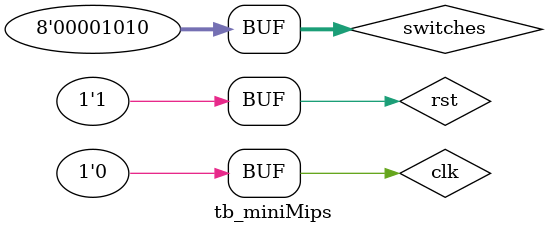
<source format=v>
/* File Name: tb_miniMips.v
* Author:  Phat Nguyen
* Create Date:    09/08/2024
* Purpose: test the mipscpu_mem with my fibonacci code to see if it stores the 
* first 13th numbers in address 128 - 141, afterwards see if outputs the correct fibonacci number
* when given a specifc input switches
* ECE 3710 MINI MIPS
*/
module tb_miniMips;

//instanstiate inputs and outputs 
  reg clk;
  reg rst;
  reg [7:0] switches;
  wire [7:0] LEDS;

//instanstiate module that has mipscpu and exmem
 miniMips UUT (.clk(clk),
		.rst(rst), 
		.switches(switches),
		.LEDS(LEDS)
);

// clk generator 
always 
begin
  clk <= 1; #5; clk <= 0; #5;
end
	
  initial begin
  // reset the MIPSCPU and exmem
  switches = 8'b00000000;
  rst = 0; 
  #40
  rst = 1;	
  //generate a varitety of input switches to check for LEDS outputs 
 #6000
  switches = 8'b00000111; 
  #1000
  switches = 8'b00000000;
  #350
  switches = 8'b00001000;
  #350
  switches = 8'b00000010;
  #500
  switches = 8'b00001010;
  end

	
endmodule
	

</source>
